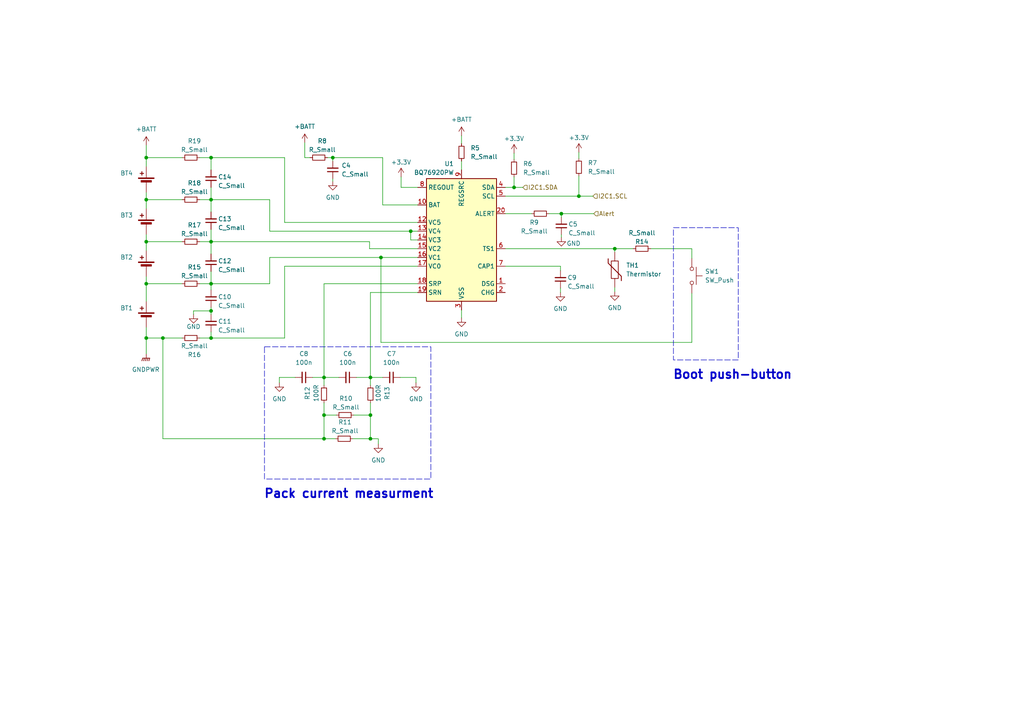
<source format=kicad_sch>
(kicad_sch (version 20231120) (generator "eeschema") (generator_version "8.0")
  (paper "A4")
  (lib_symbols
    (symbol "Battery_Management:BQ76920PW"
      (property "Reference" "U" (at -10.16 19.05 0))
      (property "Value" "BQ76920PW" (at 12.7 19.05 0))
      (symbol "BQ76920PW_0_1"
        (rectangle (start -10.16 17.78) (end 10.16 -17.78) (stroke (width 0.254)) (fill (type background)))
      )
      (symbol "BQ76920PW_1_0"
        (pin input line (at 12.7 10.16 180) (length 2.54) (name "BAT") (number "10"))
        (pin no_connect line (at -2.54 -17.78 90) (length 2.54) hide (name "NC") (number "11"))
        (pin input line (at 12.7 5.08 180) (length 2.54) (name "VC5") (number "12"))
        (pin input line (at 12.7 2.54 180) (length 2.54) (name "VC4") (number "13"))
        (pin input line (at 12.7 0 180) (length 2.54) (name "VC3") (number "14"))
        (pin input line (at 12.7 -2.54 180) (length 2.54) (name "VC2") (number "15"))
        (pin input line (at 12.7 -5.08 180) (length 2.54) (name "VC1") (number "16"))
        (pin input line (at 12.7 -7.62 180) (length 2.54) (name "VC0") (number "17"))
        (pin input line (at 12.7 -12.7 180) (length 2.54) (name "SRP") (number "18"))
        (pin input line (at 12.7 -15.24 180) (length 2.54) (name "SRN") (number "19"))
        (pin bidirectional line (at -12.7 7.62 0) (length 2.54) (name "ALERT") (number "20"))
        (pin passive line (at -12.7 -2.54 0) (length 2.54) (name "TS1") (number "6"))
        (pin passive line (at -12.7 -7.62 0) (length 2.54) (name "CAP1") (number "7"))
        (pin power_out line (at 12.7 15.24 180) (length 2.54) (name "REGOUT") (number "8"))
        (pin power_in line (at 0 20.32 270) (length 2.54) (name "REGSRC") (number "9"))
      )
      (symbol "BQ76920PW_1_1"
        (pin output line (at -12.7 -12.7 0) (length 2.54) (name "DSG") (number "1"))
        (pin output line (at -12.7 -15.24 0) (length 2.54) (name "CHG") (number "2"))
        (pin power_in line (at 0 -20.32 90) (length 2.54) (name "VSS") (number "3"))
        (pin bidirectional line (at -12.7 15.24 0) (length 2.54) (name "SDA") (number "4"))
        (pin input line (at -12.7 12.7 0) (length 2.54) (name "SCL") (number "5"))
      )
    )
    (symbol "Device:Battery_Cell" (pin_numbers hide) (pin_names (offset 0) hide)
      (property "Reference" "BT" (at 2.54 2.54 0))
      (property "Value" "Battery_Cell" (at 2.54 0 0))
      (symbol "Battery_Cell_0_1"
        (rectangle (start -2.286 1.778) (end 2.286 1.524) (fill (type outline)))
        (rectangle (start -1.524 1.016) (end 1.524 0.508) (fill (type outline)))
        (polyline (pts (xy 0 0.762) (xy 0 0)))
        (polyline (pts (xy 0 1.778) (xy 0 2.54)))
        (polyline (pts (xy 0.762 3.048) (xy 1.778 3.048)) (stroke (width 0.254)))
        (polyline (pts (xy 1.27 3.556) (xy 1.27 2.54)) (stroke (width 0.254)))
      )
      (symbol "Battery_Cell_1_1"
        (pin passive line (at 0 5.08 270) (length 2.54) (name "+") (number "1"))
        (pin passive line (at 0 -2.54 90) (length 2.54) (name "-") (number "2"))
      )
    )
    (symbol "Device:C_Small" (pin_numbers hide) (pin_names (offset 0.254) hide)
      (property "Reference" "C" (at 0.254 1.778 0))
      (property "Value" "C_Small" (at 0.254 -2.032 0))
      (symbol "C_Small_0_1"
        (polyline (pts (xy -1.524 -0.508) (xy 1.524 -0.508)) (stroke (width 0.3302)))
        (polyline (pts (xy -1.524 0.508) (xy 1.524 0.508)) (stroke (width 0.3048)))
      )
      (symbol "C_Small_1_1"
        (pin passive line (at 0 2.54 270) (length 2.032) (name "~") (number "1"))
        (pin passive line (at 0 -2.54 90) (length 2.032) (name "~") (number "2"))
      )
    )
    (symbol "Device:R_Small" (pin_numbers hide) (pin_names (offset 0.254) hide)
      (property "Reference" "R" (at 0.762 0.508 0))
      (property "Value" "R_Small" (at 0.762 -1.016 0))
      (symbol "R_Small_0_1"
        (rectangle (start -0.762 1.778) (end 0.762 -1.778) (stroke (width 0.2032)))
      )
      (symbol "R_Small_1_1"
        (pin passive line (at 0 2.54 270) (length 0.762) (name "~") (number "1"))
        (pin passive line (at 0 -2.54 90) (length 0.762) (name "~") (number "2"))
      )
    )
    (symbol "Device:Thermistor" (pin_numbers hide) (pin_names (offset 0))
      (property "Reference" "TH" (at 2.54 1.27 90))
      (property "Value" "Thermistor" (at -2.54 0 90))
      (symbol "Thermistor_0_1"
        (rectangle (start -1.016 2.54) (end 1.016 -2.54) (stroke (width 0.2032)))
        (polyline (pts (xy -1.905 3.175) (xy -1.905 1.905) (xy 1.905 -1.905) (xy 1.905 -3.175) (xy 1.905 -3.175)) (stroke (width 0.254)))
      )
      (symbol "Thermistor_1_1"
        (pin passive line (at 0 5.08 270) (length 2.54) (name "~") (number "1"))
        (pin passive line (at 0 -5.08 90) (length 2.54) (name "~") (number "2"))
      )
    )
    (symbol "Switch:SW_Push" (pin_numbers hide) (pin_names (offset 1.016) hide)
      (property "Reference" "SW" (at 1.27 2.54 0))
      (property "Value" "SW_Push" (at 0 -1.524 0))
      (symbol "SW_Push_0_1"
        (circle (center -2.032 0) (radius 0.508))
        (polyline (pts (xy 0 1.27) (xy 0 3.048)))
        (polyline (pts (xy 2.54 1.27) (xy -2.54 1.27)))
        (circle (center 2.032 0) (radius 0.508))
        (pin passive line (at -5.08 0 0) (length 2.54) (name "1") (number "1"))
        (pin passive line (at 5.08 0 180) (length 2.54) (name "2") (number "2"))
      )
    )
    (symbol "power:+3.3V" (power) (pin_names (offset 0))
      (property "Value" "+3.3V" (at 0 3.556 0))
      (symbol "+3.3V_0_1"
        (polyline (pts (xy -0.762 1.27) (xy 0 2.54)))
        (polyline (pts (xy 0 0) (xy 0 2.54)))
        (polyline (pts (xy 0 2.54) (xy 0.762 1.27)))
      )
      (symbol "+3.3V_1_1"
        (pin power_in line (at 0 0 90) (length 0) hide (name "+3.3V") (number "1"))
      )
    )
    (symbol "power:+BATT" (power) (pin_names (offset 0))
      (property "Value" "+BATT" (at 0 3.556 0))
      (symbol "+BATT_0_1"
        (polyline (pts (xy -0.762 1.27) (xy 0 2.54)))
        (polyline (pts (xy 0 0) (xy 0 2.54)))
        (polyline (pts (xy 0 2.54) (xy 0.762 1.27)))
      )
      (symbol "+BATT_1_1"
        (pin power_in line (at 0 0 90) (length 0) hide (name "+BATT") (number "1"))
      )
    )
    (symbol "power:GND" (power) (pin_names (offset 0))
      (property "Value" "GND" (at 0 -3.81 0))
      (symbol "GND_0_1"
        (polyline (pts (xy 0 0) (xy 0 -1.27) (xy 1.27 -1.27) (xy 0 -2.54) (xy -1.27 -1.27) (xy 0 -1.27)))
      )
      (symbol "GND_1_1"
        (pin power_in line (at 0 0 270) (length 0) hide (name "GND") (number "1"))
      )
    )
    (symbol "power:GNDPWR" (power) (pin_names (offset 0))
      (property "Value" "GNDPWR" (at 0 -3.302 0))
      (symbol "GNDPWR_0_1"
        (polyline (pts (xy 0 -1.27) (xy 0 0)))
        (polyline (pts (xy -1.016 -1.27) (xy -1.27 -2.032) (xy -1.27 -2.032)) (stroke (width 0.2032)))
        (polyline (pts (xy -0.508 -1.27) (xy -0.762 -2.032) (xy -0.762 -2.032)) (stroke (width 0.2032)))
        (polyline (pts (xy 0 -1.27) (xy -0.254 -2.032) (xy -0.254 -2.032)) (stroke (width 0.2032)))
        (polyline (pts (xy 0.508 -1.27) (xy 0.254 -2.032) (xy 0.254 -2.032)) (stroke (width 0.2032)))
        (polyline (pts (xy 1.016 -1.27) (xy -1.016 -1.27) (xy -1.016 -1.27)) (stroke (width 0.2032)))
        (polyline (pts (xy 1.016 -1.27) (xy 0.762 -2.032) (xy 0.762 -2.032) (xy 0.762 -2.032)) (stroke (width 0.2032)))
      )
      (symbol "GNDPWR_1_1"
        (pin power_in line (at 0 0 270) (length 0) hide (name "GNDPWR") (number "1"))
      )
    )
  )
  (junction (at 42.418 82.296))
  (junction (at 42.418 98.044))
  (junction (at 42.418 70.104))
  (junction (at 107.442 120.396))
  (junction (at 167.894 56.896))
  (junction (at 61.214 98.044))
  (junction (at 61.214 70.104))
  (junction (at 93.98 120.396))
  (junction (at 110.49 74.676))
  (junction (at 107.442 127.254))
  (junction (at 178.308 72.136))
  (junction (at 119.126 67.056))
  (junction (at 61.214 45.72))
  (junction (at 107.442 109.474))
  (junction (at 61.214 82.296))
  (junction (at 61.214 57.912))
  (junction (at 47.244 98.044))
  (junction (at 93.98 109.474))
  (junction (at 96.52 45.72))
  (junction (at 149.098 54.356))
  (junction (at 42.418 57.912))
  (junction (at 162.814 61.976))
  (junction (at 61.214 90.17))
  (junction (at 42.418 45.72))
  (junction (at 93.98 127.254))
  (wire (pts (xy 42.418 82.296) (xy 52.832 82.296)))
  (wire (pts (xy 93.98 120.396) (xy 93.98 127.254)))
  (wire (pts (xy 146.558 77.216) (xy 162.56 77.216)))
  (wire (pts (xy 61.214 78.74) (xy 61.214 82.296)))
  (wire (pts (xy 42.418 98.044) (xy 47.244 98.044)))
  (wire (pts (xy 61.214 70.104) (xy 107.188 70.104)))
  (wire (pts (xy 88.392 41.402) (xy 88.392 45.72)))
  (wire (pts (xy 90.678 109.474) (xy 93.98 109.474)))
  (wire (pts (xy 146.558 61.976) (xy 154.178 61.976)))
  (wire (pts (xy 159.258 61.976) (xy 162.814 61.976)))
  (wire (pts (xy 61.214 73.66) (xy 61.214 70.104)))
  (wire (pts (xy 121.158 69.596) (xy 119.126 69.596)))
  (wire (pts (xy 120.65 109.474) (xy 120.65 110.998)))
  (wire (pts (xy 42.418 68.072) (xy 42.418 70.104)))
  (wire (pts (xy 110.998 59.436) (xy 110.998 45.72)))
  (wire (pts (xy 133.858 39.37) (xy 133.858 41.656)))
  (wire (pts (xy 119.126 67.056) (xy 121.158 67.056)))
  (wire (pts (xy 96.52 45.72) (xy 110.998 45.72)))
  (wire (pts (xy 57.912 45.72) (xy 61.214 45.72)))
  (wire (pts (xy 47.244 127.254) (xy 47.244 98.044)))
  (wire (pts (xy 133.858 46.736) (xy 133.858 49.276)))
  (wire (pts (xy 162.814 68.072) (xy 162.814 68.834)))
  (wire (pts (xy 200.66 99.314) (xy 110.49 99.314)))
  (wire (pts (xy 200.66 85.09) (xy 200.66 99.314)))
  (wire (pts (xy 167.894 44.196) (xy 167.894 45.974)))
  (wire (pts (xy 42.418 80.264) (xy 42.418 82.296)))
  (wire (pts (xy 61.214 98.044) (xy 82.55 98.044)))
  (wire (pts (xy 146.558 54.356) (xy 149.098 54.356)))
  (wire (pts (xy 107.442 120.396) (xy 102.616 120.396)))
  (wire (pts (xy 93.98 120.396) (xy 97.536 120.396)))
  (wire (pts (xy 200.66 72.136) (xy 200.66 74.93)))
  (wire (pts (xy 162.814 61.976) (xy 172.212 61.976)))
  (wire (pts (xy 93.98 109.474) (xy 93.98 111.76)))
  (wire (pts (xy 107.442 127.254) (xy 109.728 127.254)))
  (wire (pts (xy 61.214 82.296) (xy 61.214 84.074)))
  (wire (pts (xy 82.55 64.516) (xy 82.55 45.72)))
  (wire (pts (xy 61.214 57.912) (xy 78.232 57.912)))
  (wire (pts (xy 107.188 70.104) (xy 107.188 72.136)))
  (wire (pts (xy 78.232 74.676) (xy 110.49 74.676)))
  (wire (pts (xy 78.232 82.296) (xy 78.232 74.676)))
  (wire (pts (xy 109.728 127.254) (xy 109.728 128.778)))
  (wire (pts (xy 85.598 109.474) (xy 81.026 109.474)))
  (wire (pts (xy 61.214 49.276) (xy 61.214 45.72)))
  (wire (pts (xy 107.442 84.836) (xy 121.158 84.836)))
  (wire (pts (xy 93.98 127.254) (xy 97.282 127.254)))
  (wire (pts (xy 188.722 72.136) (xy 200.66 72.136)))
  (wire (pts (xy 107.188 72.136) (xy 121.158 72.136)))
  (wire (pts (xy 107.442 84.836) (xy 107.442 109.474)))
  (wire (pts (xy 93.98 82.296) (xy 93.98 109.474)))
  (wire (pts (xy 57.912 57.912) (xy 61.214 57.912)))
  (wire (pts (xy 42.418 98.044) (xy 42.418 102.616)))
  (wire (pts (xy 61.214 66.548) (xy 61.214 70.104)))
  (wire (pts (xy 116.332 51.308) (xy 116.332 54.356)))
  (wire (pts (xy 178.308 72.136) (xy 178.308 73.152)))
  (wire (pts (xy 167.894 51.054) (xy 167.894 56.896)))
  (wire (pts (xy 57.912 82.296) (xy 61.214 82.296)))
  (wire (pts (xy 149.098 44.45) (xy 149.098 46.228)))
  (wire (pts (xy 178.308 83.312) (xy 178.308 84.582)))
  (wire (pts (xy 119.126 69.596) (xy 119.126 67.056)))
  (wire (pts (xy 178.308 72.136) (xy 183.642 72.136)))
  (wire (pts (xy 61.214 61.468) (xy 61.214 57.912)))
  (wire (pts (xy 42.418 42.164) (xy 42.418 45.72)))
  (wire (pts (xy 42.418 70.104) (xy 52.832 70.104)))
  (wire (pts (xy 57.912 98.044) (xy 61.214 98.044)))
  (wire (pts (xy 42.418 55.88) (xy 42.418 57.912)))
  (wire (pts (xy 42.418 45.72) (xy 52.832 45.72)))
  (wire (pts (xy 61.214 54.356) (xy 61.214 57.912)))
  (wire (pts (xy 167.894 56.896) (xy 171.958 56.896)))
  (wire (pts (xy 93.98 82.296) (xy 121.158 82.296)))
  (wire (pts (xy 42.418 72.644) (xy 42.418 70.104)))
  (wire (pts (xy 42.418 94.996) (xy 42.418 98.044)))
  (wire (pts (xy 61.214 45.72) (xy 82.55 45.72)))
  (wire (pts (xy 146.558 56.896) (xy 167.894 56.896)))
  (wire (pts (xy 149.098 51.308) (xy 149.098 54.356)))
  (wire (pts (xy 42.418 60.452) (xy 42.418 57.912)))
  (wire (pts (xy 78.232 57.912) (xy 78.232 67.056)))
  (wire (pts (xy 133.858 89.916) (xy 133.858 92.202)))
  (wire (pts (xy 57.912 70.104) (xy 61.214 70.104)))
  (wire (pts (xy 81.026 109.474) (xy 81.026 110.998)))
  (wire (pts (xy 162.56 77.216) (xy 162.56 78.486)))
  (wire (pts (xy 47.244 127.254) (xy 93.98 127.254)))
  (wire (pts (xy 82.55 77.216) (xy 121.158 77.216)))
  (wire (pts (xy 61.214 82.296) (xy 78.232 82.296)))
  (wire (pts (xy 56.134 90.17) (xy 56.134 91.186)))
  (wire (pts (xy 146.558 72.136) (xy 178.308 72.136)))
  (wire (pts (xy 121.158 54.356) (xy 116.332 54.356)))
  (wire (pts (xy 42.418 45.72) (xy 42.418 48.26)))
  (wire (pts (xy 61.214 98.044) (xy 61.214 96.266)))
  (wire (pts (xy 107.442 109.474) (xy 107.442 111.76)))
  (wire (pts (xy 78.232 67.056) (xy 119.126 67.056)))
  (wire (pts (xy 61.214 90.17) (xy 61.214 91.186)))
  (wire (pts (xy 121.158 59.436) (xy 110.998 59.436)))
  (wire (pts (xy 107.442 120.396) (xy 107.442 127.254)))
  (wire (pts (xy 94.996 45.72) (xy 96.52 45.72)))
  (wire (pts (xy 149.098 54.356) (xy 151.638 54.356)))
  (wire (pts (xy 42.418 57.912) (xy 52.832 57.912)))
  (wire (pts (xy 107.442 109.474) (xy 110.998 109.474)))
  (wire (pts (xy 47.244 98.044) (xy 52.832 98.044)))
  (wire (pts (xy 103.378 109.474) (xy 107.442 109.474)))
  (wire (pts (xy 89.916 45.72) (xy 88.392 45.72)))
  (wire (pts (xy 102.362 127.254) (xy 107.442 127.254)))
  (wire (pts (xy 61.214 89.154) (xy 61.214 90.17)))
  (wire (pts (xy 110.49 74.676) (xy 121.158 74.676)))
  (wire (pts (xy 61.214 90.17) (xy 56.134 90.17)))
  (wire (pts (xy 116.078 109.474) (xy 120.65 109.474)))
  (wire (pts (xy 110.49 99.314) (xy 110.49 74.676)))
  (wire (pts (xy 42.418 87.376) (xy 42.418 82.296)))
  (wire (pts (xy 93.98 109.474) (xy 98.298 109.474)))
  (wire (pts (xy 96.52 51.816) (xy 96.52 52.578)))
  (wire (pts (xy 121.158 64.516) (xy 82.55 64.516)))
  (wire (pts (xy 162.56 83.566) (xy 162.56 84.836)))
  (wire (pts (xy 162.814 62.992) (xy 162.814 61.976)))
  (wire (pts (xy 93.98 116.84) (xy 93.98 120.396)))
  (wire (pts (xy 96.52 45.72) (xy 96.52 46.736)))
  (wire (pts (xy 82.55 98.044) (xy 82.55 77.216)))
  (wire (pts (xy 107.442 116.84) (xy 107.442 120.396)))
  (rectangle (start 195.326 66.04) (end 214.122 104.394) (stroke (width 0) (type dash)))
  (rectangle (start 76.708 100.584) (end 124.968 138.938) (stroke (width 0) (type dash)))
  (text "Boot push-button" (at 195.072 110.236 0) (effects (font (size 2.5 2.5) (thickness 0.5) (bold yes)) (justify left bottom)))
  (text "Pack current measurment" (at 76.454 144.78 0) (effects (font (size 2.5 2.5) (thickness 0.5) (bold yes)) (justify left bottom)))
  (hierarchical_label "I2C1.SCL" (shape input) (at 171.958 56.896 0))
  (hierarchical_label "Alert" (shape input) (at 172.212 61.976 0))
  (hierarchical_label "I2C1.SDA" (shape input) (at 151.638 54.356 0))
  (symbol (lib_id "Device:Thermistor") (at 178.308 78.232 0) (unit 1) (on_board no)
    (property "Reference" "TH1" (at 181.61 76.962 0) (effects (justify left)))
    (property "Value" "Thermistor" (at 181.61 79.502 0) (effects (justify left)))
  )
  (symbol (lib_id "Device:C_Small") (at 96.52 49.276 180) (unit 1)
    (property "Reference" "C4" (at 99.06 47.9996 0) (effects (justify right)))
    (property "Value" "C_Small" (at 99.06 50.5396 0) (effects (justify right)))
    (property "Footprint" "Capacitor_SMD:C_0603_1608Metric" (effects (hide yes)))
  )
  (symbol (lib_id "Device:R_Small") (at 55.372 98.044 90) (mirror x) (unit 1)
    (property "Reference" "R16" (at 56.388 102.87 90))
    (property "Value" "R_Small" (at 56.388 100.33 90))
    (property "Footprint" "Resistor_SMD:R_0603_1608Metric" (effects (hide yes)))
  )
  (symbol (lib_id "Device:Battery_Cell") (at 42.418 53.34 0) (mirror y) (unit 1) (on_board no)
    (property "Reference" "BT4" (at 38.5572 50.2285 0) (effects (justify left)))
    (property "Value" "Battery_Cell" (effects (hide yes)))
  )
  (symbol (lib_id "Device:R_Small") (at 167.894 48.514 0) (unit 1)
    (property "Reference" "R7" (at 170.5102 47.244 0) (effects (justify left)))
    (property "Value" "R_Small" (at 170.5102 49.784 0) (effects (justify left)))
    (property "Footprint" "Resistor_SMD:R_0603_1608Metric" (effects (hide yes)))
  )
  (symbol (lib_id "Device:R_Small") (at 99.822 127.254 90) (unit 1)
    (property "Reference" "R11" (at 100.076 122.428 90))
    (property "Value" "R_Small" (at 100.076 124.968 90))
    (property "Footprint" "Resistor_SMD:R_0603_1608Metric" (effects (hide yes)))
  )
  (symbol (lib_id "Device:R_Small") (at 92.456 45.72 90) (unit 1)
    (property "Reference" "R8" (at 93.472 40.894 90))
    (property "Value" "R_Small" (at 93.472 43.434 90))
    (property "Footprint" "Resistor_SMD:R_0603_1608Metric" (effects (hide yes)))
  )
  (symbol (lib_id "power:GND") (at 96.52 52.578 0) (unit 1)
    (property "Reference" "#PWR032" (effects (hide yes)))
    (property "Value" "GND" (at 96.52 57.277 0))
  )
  (symbol (lib_id "Device:C_Small") (at 162.814 65.532 180) (unit 1)
    (property "Reference" "C5" (at 164.846 65.024 0) (effects (justify right)))
    (property "Value" "C_Small" (at 164.846 67.564 0) (effects (justify right)))
    (property "Footprint" "Capacitor_SMD:C_0603_1608Metric" (effects (hide yes)))
  )
  (symbol (lib_id "Device:R_Small") (at 55.372 82.296 90) (unit 1)
    (property "Reference" "R15" (at 56.388 77.47 90))
    (property "Value" "R_Small" (at 56.388 80.01 90))
    (property "Footprint" "Resistor_SMD:R_0603_1608Metric" (effects (hide yes)))
  )
  (symbol (lib_id "Device:C_Small") (at 88.138 109.474 270) (unit 1)
    (property "Reference" "C8" (at 88.1316 102.616 90))
    (property "Value" "100n" (at 88.1316 105.156 90))
    (property "Footprint" "Capacitor_SMD:C_0603_1608Metric" (effects (hide yes)))
  )
  (symbol (lib_id "power:+3.3V") (at 149.098 44.45 0) (unit 1)
    (property "Reference" "#PWR017" (effects (hide yes)))
    (property "Value" "+3.3V" (at 149.098 40.2082 0))
  )
  (symbol (lib_id "Device:R_Small") (at 100.076 120.396 90) (unit 1)
    (property "Reference" "R10" (at 100.33 115.57 90))
    (property "Value" "R_Small" (at 100.33 118.11 90))
    (property "Footprint" "Resistor_SMD:R_0603_1608Metric" (effects (hide yes)))
  )
  (symbol (lib_id "Device:R_Small") (at 93.98 114.3 180) (unit 1)
    (property "Reference" "R12" (at 89.154 114.046 90))
    (property "Value" "100R" (at 91.694 114.046 90))
    (property "Footprint" "Resistor_SMD:R_0603_1608Metric" (effects (hide yes)))
  )
  (symbol (lib_id "Battery_Management:BQ76920PW") (at 133.858 69.596 0) (mirror y) (unit 1)
    (property "Reference" "U1" (at 131.6639 47.498 0) (effects (justify left)))
    (property "Value" "BQ76920PW" (at 131.6639 50.038 0) (effects (justify left)))
    (property "Footprint" "Package_SO:TSSOP-20_4.4x6.5mm_P0.65mm" (effects (hide yes)))
    (property "Datasheet" "http://www.ti.com/lit/ds/symlink/bq76920.pdf" (effects (hide yes)))
  )
  (symbol (lib_id "power:GND") (at 109.728 128.778 0) (unit 1)
    (property "Reference" "#PWR025" (effects (hide yes)))
    (property "Value" "GND" (at 109.728 133.477 0))
  )
  (symbol (lib_id "power:+BATT") (at 133.858 39.37 0) (unit 1)
    (property "Reference" "#PWR016" (effects (hide yes)))
    (property "Value" "+BATT" (at 133.858 34.671 0))
  )
  (symbol (lib_id "Device:Battery_Cell") (at 42.418 77.724 0) (mirror y) (unit 1) (on_board no)
    (property "Reference" "BT2" (at 38.5572 74.6125 0) (effects (justify left)))
    (property "Value" "Battery_Cell" (effects (hide yes)))
  )
  (symbol (lib_id "Device:R_Small") (at 156.718 61.976 90) (unit 1)
    (property "Reference" "R9" (at 154.94 64.516 90))
    (property "Value" "R_Small" (at 154.94 67.056 90))
    (property "Footprint" "Resistor_SMD:R_0603_1608Metric" (effects (hide yes)))
  )
  (symbol (lib_id "power:+3.3V") (at 167.894 44.196 0) (unit 1)
    (property "Reference" "#PWR018" (effects (hide yes)))
    (property "Value" "+3.3V" (at 167.894 39.9542 0))
  )
  (symbol (lib_id "Device:R_Small") (at 55.372 57.912 90) (unit 1)
    (property "Reference" "R18" (at 56.388 53.086 90))
    (property "Value" "R_Small" (at 56.388 55.626 90))
    (property "Footprint" "Resistor_SMD:R_0603_1608Metric" (effects (hide yes)))
  )
  (symbol (lib_id "power:GND") (at 120.65 110.998 0) (unit 1)
    (property "Reference" "#PWR023" (effects (hide yes)))
    (property "Value" "GND" (at 120.65 115.697 0))
  )
  (symbol (lib_id "Device:R_Small") (at 133.858 44.196 0) (unit 1)
    (property "Reference" "R5" (at 136.4742 42.926 0) (effects (justify left)))
    (property "Value" "R_Small" (at 136.4742 45.466 0) (effects (justify left)))
    (property "Footprint" "Resistor_SMD:R_0603_1608Metric" (effects (hide yes)))
  )
  (symbol (lib_id "power:GND") (at 133.858 92.202 0) (unit 1)
    (property "Reference" "#PWR019" (effects (hide yes)))
    (property "Value" "GND" (at 133.858 96.901 0))
  )
  (symbol (lib_id "Device:Battery_Cell") (at 42.418 92.456 0) (mirror y) (unit 1) (on_board no)
    (property "Reference" "BT1" (at 38.5572 89.3445 0) (effects (justify left)))
    (property "Value" "Battery_Cell" (effects (hide yes)))
  )
  (symbol (lib_id "Device:C_Small") (at 61.214 64.008 180) (unit 1)
    (property "Reference" "C13" (at 63.246 63.5 0) (effects (justify right)))
    (property "Value" "C_Small" (at 63.246 66.04 0) (effects (justify right)))
    (property "Footprint" "Capacitor_SMD:C_0603_1608Metric" (effects (hide yes)))
  )
  (symbol (lib_id "Device:C_Small") (at 61.214 86.614 180) (unit 1)
    (property "Reference" "C10" (at 63.246 86.106 0) (effects (justify right)))
    (property "Value" "C_Small" (at 63.246 88.646 0) (effects (justify right)))
    (property "Footprint" "Capacitor_SMD:C_0603_1608Metric" (effects (hide yes)))
  )
  (symbol (lib_id "Device:C_Small") (at 61.214 76.2 180) (unit 1)
    (property "Reference" "C12" (at 63.246 75.692 0) (effects (justify right)))
    (property "Value" "C_Small" (at 63.246 78.232 0) (effects (justify right)))
    (property "Footprint" "Capacitor_SMD:C_0603_1608Metric" (effects (hide yes)))
  )
  (symbol (lib_id "power:GND") (at 81.026 110.998 0) (mirror y) (unit 1)
    (property "Reference" "#PWR024" (effects (hide yes)))
    (property "Value" "GND" (at 81.026 115.697 0))
  )
  (symbol (lib_id "Device:R_Small") (at 186.182 72.136 270) (unit 1)
    (property "Reference" "R14" (at 186.182 70.104 90))
    (property "Value" "R_Small" (at 186.182 67.564 90))
    (property "Footprint" "Resistor_SMD:R_0603_1608Metric" (effects (hide yes)))
  )
  (symbol (lib_id "Device:C_Small") (at 61.214 51.816 180) (unit 1)
    (property "Reference" "C14" (at 63.246 51.308 0) (effects (justify right)))
    (property "Value" "C_Small" (at 63.246 53.848 0) (effects (justify right)))
    (property "Footprint" "Capacitor_SMD:C_0603_1608Metric" (effects (hide yes)))
  )
  (symbol (lib_id "power:GND") (at 162.814 68.834 0) (unit 1)
    (property "Reference" "#PWR029" (effects (hide yes)))
    (property "Value" "GND" (at 166.37 70.612 0))
  )
  (symbol (lib_id "Device:Battery_Cell") (at 42.418 65.532 0) (mirror y) (unit 1) (on_board no)
    (property "Reference" "BT3" (at 38.5572 62.4205 0) (effects (justify left)))
    (property "Value" "Battery_Cell" (effects (hide yes)))
  )
  (symbol (lib_id "power:+BATT") (at 88.392 41.402 0) (unit 1)
    (property "Reference" "#PWR020" (effects (hide yes)))
    (property "Value" "+BATT" (at 88.392 36.703 0))
  )
  (symbol (lib_id "power:GND") (at 56.134 91.186 0) (unit 1)
    (property "Reference" "#PWR030" (effects (hide yes)))
    (property "Value" "GND" (at 56.134 94.742 0))
  )
  (symbol (lib_id "power:GNDPWR") (at 42.418 102.616 0) (unit 1)
    (property "Reference" "#PWR031" (effects (hide yes)))
    (property "Value" "GNDPWR" (at 42.291 107.188 0))
  )
  (symbol (lib_id "Switch:SW_Push") (at 200.66 80.01 270) (unit 1)
    (property "Reference" "SW1" (at 204.47 78.74 90) (effects (justify left)))
    (property "Value" "SW_Push" (at 204.47 81.28 90) (effects (justify left)))
  )
  (symbol (lib_id "power:+BATT") (at 42.418 42.164 0) (unit 1)
    (property "Reference" "#PWR033" (effects (hide yes)))
    (property "Value" "+BATT" (at 42.418 37.465 0))
  )
  (symbol (lib_id "Device:R_Small") (at 55.372 70.104 90) (unit 1)
    (property "Reference" "R17" (at 56.388 65.278 90))
    (property "Value" "R_Small" (at 56.388 67.818 90))
    (property "Footprint" "Resistor_SMD:R_0603_1608Metric" (effects (hide yes)))
  )
  (symbol (lib_id "Device:C_Small") (at 162.56 81.026 180) (unit 1)
    (property "Reference" "C9" (at 164.592 80.518 0) (effects (justify right)))
    (property "Value" "C_Small" (at 164.592 83.058 0) (effects (justify right)))
    (property "Footprint" "Capacitor_SMD:C_0603_1608Metric" (effects (hide yes)))
  )
  (symbol (lib_id "power:GND") (at 162.56 84.836 0) (unit 1)
    (property "Reference" "#PWR027" (effects (hide yes)))
    (property "Value" "GND" (at 162.56 89.535 0))
  )
  (symbol (lib_id "Device:R_Small") (at 107.442 114.3 0) (mirror x) (unit 1)
    (property "Reference" "R13" (at 112.268 114.046 90))
    (property "Value" "100R" (at 109.728 114.046 90))
    (property "Footprint" "Resistor_SMD:R_0603_1608Metric" (effects (hide yes)))
  )
  (symbol (lib_id "Device:C_Small") (at 100.838 109.474 270) (unit 1)
    (property "Reference" "C6" (at 100.8316 102.616 90))
    (property "Value" "100n" (at 100.8316 105.156 90))
    (property "Footprint" "Capacitor_SMD:C_0603_1608Metric" (effects (hide yes)))
  )
  (symbol (lib_id "power:+3.3V") (at 116.332 51.308 0) (unit 1)
    (property "Reference" "#PWR021" (effects (hide yes)))
    (property "Value" "+3.3V" (at 116.332 47.0662 0))
  )
  (symbol (lib_id "Device:C_Small") (at 61.214 93.726 180) (unit 1)
    (property "Reference" "C11" (at 63.246 93.218 0) (effects (justify right)))
    (property "Value" "C_Small" (at 63.246 95.758 0) (effects (justify right)))
    (property "Footprint" "Capacitor_SMD:C_0603_1608Metric" (effects (hide yes)))
  )
  (symbol (lib_id "power:GND") (at 178.308 84.582 0) (unit 1)
    (property "Reference" "#PWR028" (effects (hide yes)))
    (property "Value" "GND" (at 178.308 89.281 0))
  )
  (symbol (lib_id "Device:R_Small") (at 55.372 45.72 90) (unit 1)
    (property "Reference" "R19" (at 56.388 40.894 90))
    (property "Value" "R_Small" (at 56.388 43.434 90))
    (property "Footprint" "Resistor_SMD:R_0603_1608Metric" (effects (hide yes)))
  )
  (symbol (lib_id "Device:C_Small") (at 113.538 109.474 270) (unit 1)
    (property "Reference" "C7" (at 113.5316 102.616 90))
    (property "Value" "100n" (at 113.5316 105.156 90))
    (property "Footprint" "Capacitor_SMD:C_0603_1608Metric" (effects (hide yes)))
  )
  (symbol (lib_id "Device:R_Small") (at 149.098 48.768 0) (unit 1)
    (property "Reference" "R6" (at 151.7142 47.498 0) (effects (justify left)))
    (property "Value" "R_Small" (at 151.7142 50.038 0) (effects (justify left)))
    (property "Footprint" "Resistor_SMD:R_0603_1608Metric" (effects (hide yes)))
  )
)
</source>
